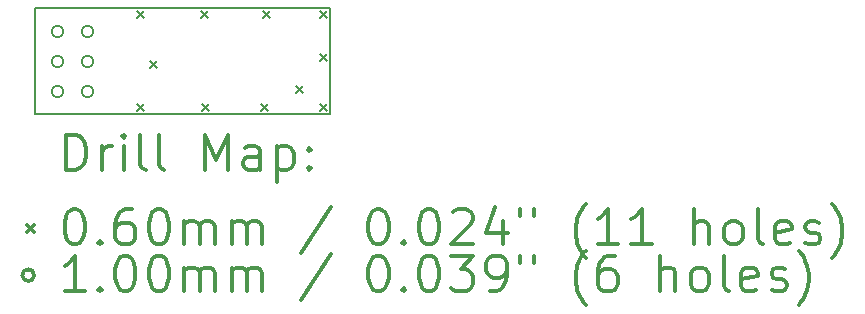
<source format=gbr>
%FSLAX45Y45*%
G04 Gerber Fmt 4.5, Leading zero omitted, Abs format (unit mm)*
G04 Created by KiCad (PCBNEW 4.0.7) date 11/12/18 12:54:29*
%MOMM*%
%LPD*%
G01*
G04 APERTURE LIST*
%ADD10C,0.127000*%
%ADD11C,0.150000*%
%ADD12C,0.200000*%
%ADD13C,0.300000*%
G04 APERTURE END LIST*
D10*
D11*
X12200000Y-8200000D02*
X12200000Y-7300000D01*
X14700000Y-8200000D02*
X12200000Y-8200000D01*
X14700000Y-7300000D02*
X14700000Y-8200000D01*
X12200000Y-7300000D02*
X14700000Y-7300000D01*
D12*
X13060000Y-7325000D02*
X13120000Y-7385000D01*
X13120000Y-7325000D02*
X13060000Y-7385000D01*
X13065000Y-8115000D02*
X13125000Y-8175000D01*
X13125000Y-8115000D02*
X13065000Y-8175000D01*
X13170000Y-7750000D02*
X13230000Y-7810000D01*
X13230000Y-7750000D02*
X13170000Y-7810000D01*
X13605000Y-7325000D02*
X13665000Y-7385000D01*
X13665000Y-7325000D02*
X13605000Y-7385000D01*
X13615000Y-8115000D02*
X13675000Y-8175000D01*
X13675000Y-8115000D02*
X13615000Y-8175000D01*
X14115000Y-8115000D02*
X14175000Y-8175000D01*
X14175000Y-8115000D02*
X14115000Y-8175000D01*
X14130000Y-7325000D02*
X14190000Y-7385000D01*
X14190000Y-7325000D02*
X14130000Y-7385000D01*
X14410000Y-7960000D02*
X14470000Y-8020000D01*
X14470000Y-7960000D02*
X14410000Y-8020000D01*
X14615000Y-7325000D02*
X14675000Y-7385000D01*
X14675000Y-7325000D02*
X14615000Y-7385000D01*
X14615000Y-7690000D02*
X14675000Y-7750000D01*
X14675000Y-7690000D02*
X14615000Y-7750000D01*
X14615000Y-8115000D02*
X14675000Y-8175000D01*
X14675000Y-8115000D02*
X14615000Y-8175000D01*
X12440000Y-7500000D02*
G75*
G03X12440000Y-7500000I-50000J0D01*
G01*
X12440000Y-7754000D02*
G75*
G03X12440000Y-7754000I-50000J0D01*
G01*
X12440000Y-8008000D02*
G75*
G03X12440000Y-8008000I-50000J0D01*
G01*
X12694000Y-7500000D02*
G75*
G03X12694000Y-7500000I-50000J0D01*
G01*
X12694000Y-7754000D02*
G75*
G03X12694000Y-7754000I-50000J0D01*
G01*
X12694000Y-8008000D02*
G75*
G03X12694000Y-8008000I-50000J0D01*
G01*
D13*
X12463928Y-8673214D02*
X12463928Y-8373214D01*
X12535357Y-8373214D01*
X12578214Y-8387500D01*
X12606786Y-8416072D01*
X12621071Y-8444643D01*
X12635357Y-8501786D01*
X12635357Y-8544643D01*
X12621071Y-8601786D01*
X12606786Y-8630357D01*
X12578214Y-8658929D01*
X12535357Y-8673214D01*
X12463928Y-8673214D01*
X12763928Y-8673214D02*
X12763928Y-8473214D01*
X12763928Y-8530357D02*
X12778214Y-8501786D01*
X12792500Y-8487500D01*
X12821071Y-8473214D01*
X12849643Y-8473214D01*
X12949643Y-8673214D02*
X12949643Y-8473214D01*
X12949643Y-8373214D02*
X12935357Y-8387500D01*
X12949643Y-8401786D01*
X12963928Y-8387500D01*
X12949643Y-8373214D01*
X12949643Y-8401786D01*
X13135357Y-8673214D02*
X13106786Y-8658929D01*
X13092500Y-8630357D01*
X13092500Y-8373214D01*
X13292500Y-8673214D02*
X13263928Y-8658929D01*
X13249643Y-8630357D01*
X13249643Y-8373214D01*
X13635357Y-8673214D02*
X13635357Y-8373214D01*
X13735357Y-8587500D01*
X13835357Y-8373214D01*
X13835357Y-8673214D01*
X14106786Y-8673214D02*
X14106786Y-8516072D01*
X14092500Y-8487500D01*
X14063928Y-8473214D01*
X14006786Y-8473214D01*
X13978214Y-8487500D01*
X14106786Y-8658929D02*
X14078214Y-8673214D01*
X14006786Y-8673214D01*
X13978214Y-8658929D01*
X13963928Y-8630357D01*
X13963928Y-8601786D01*
X13978214Y-8573214D01*
X14006786Y-8558929D01*
X14078214Y-8558929D01*
X14106786Y-8544643D01*
X14249643Y-8473214D02*
X14249643Y-8773214D01*
X14249643Y-8487500D02*
X14278214Y-8473214D01*
X14335357Y-8473214D01*
X14363928Y-8487500D01*
X14378214Y-8501786D01*
X14392500Y-8530357D01*
X14392500Y-8616072D01*
X14378214Y-8644643D01*
X14363928Y-8658929D01*
X14335357Y-8673214D01*
X14278214Y-8673214D01*
X14249643Y-8658929D01*
X14521071Y-8644643D02*
X14535357Y-8658929D01*
X14521071Y-8673214D01*
X14506786Y-8658929D01*
X14521071Y-8644643D01*
X14521071Y-8673214D01*
X14521071Y-8487500D02*
X14535357Y-8501786D01*
X14521071Y-8516072D01*
X14506786Y-8501786D01*
X14521071Y-8487500D01*
X14521071Y-8516072D01*
X12132500Y-9137500D02*
X12192500Y-9197500D01*
X12192500Y-9137500D02*
X12132500Y-9197500D01*
X12521071Y-9003214D02*
X12549643Y-9003214D01*
X12578214Y-9017500D01*
X12592500Y-9031786D01*
X12606786Y-9060357D01*
X12621071Y-9117500D01*
X12621071Y-9188929D01*
X12606786Y-9246072D01*
X12592500Y-9274643D01*
X12578214Y-9288929D01*
X12549643Y-9303214D01*
X12521071Y-9303214D01*
X12492500Y-9288929D01*
X12478214Y-9274643D01*
X12463928Y-9246072D01*
X12449643Y-9188929D01*
X12449643Y-9117500D01*
X12463928Y-9060357D01*
X12478214Y-9031786D01*
X12492500Y-9017500D01*
X12521071Y-9003214D01*
X12749643Y-9274643D02*
X12763928Y-9288929D01*
X12749643Y-9303214D01*
X12735357Y-9288929D01*
X12749643Y-9274643D01*
X12749643Y-9303214D01*
X13021071Y-9003214D02*
X12963928Y-9003214D01*
X12935357Y-9017500D01*
X12921071Y-9031786D01*
X12892500Y-9074643D01*
X12878214Y-9131786D01*
X12878214Y-9246072D01*
X12892500Y-9274643D01*
X12906786Y-9288929D01*
X12935357Y-9303214D01*
X12992500Y-9303214D01*
X13021071Y-9288929D01*
X13035357Y-9274643D01*
X13049643Y-9246072D01*
X13049643Y-9174643D01*
X13035357Y-9146072D01*
X13021071Y-9131786D01*
X12992500Y-9117500D01*
X12935357Y-9117500D01*
X12906786Y-9131786D01*
X12892500Y-9146072D01*
X12878214Y-9174643D01*
X13235357Y-9003214D02*
X13263928Y-9003214D01*
X13292500Y-9017500D01*
X13306786Y-9031786D01*
X13321071Y-9060357D01*
X13335357Y-9117500D01*
X13335357Y-9188929D01*
X13321071Y-9246072D01*
X13306786Y-9274643D01*
X13292500Y-9288929D01*
X13263928Y-9303214D01*
X13235357Y-9303214D01*
X13206786Y-9288929D01*
X13192500Y-9274643D01*
X13178214Y-9246072D01*
X13163928Y-9188929D01*
X13163928Y-9117500D01*
X13178214Y-9060357D01*
X13192500Y-9031786D01*
X13206786Y-9017500D01*
X13235357Y-9003214D01*
X13463928Y-9303214D02*
X13463928Y-9103214D01*
X13463928Y-9131786D02*
X13478214Y-9117500D01*
X13506786Y-9103214D01*
X13549643Y-9103214D01*
X13578214Y-9117500D01*
X13592500Y-9146072D01*
X13592500Y-9303214D01*
X13592500Y-9146072D02*
X13606786Y-9117500D01*
X13635357Y-9103214D01*
X13678214Y-9103214D01*
X13706786Y-9117500D01*
X13721071Y-9146072D01*
X13721071Y-9303214D01*
X13863928Y-9303214D02*
X13863928Y-9103214D01*
X13863928Y-9131786D02*
X13878214Y-9117500D01*
X13906786Y-9103214D01*
X13949643Y-9103214D01*
X13978214Y-9117500D01*
X13992500Y-9146072D01*
X13992500Y-9303214D01*
X13992500Y-9146072D02*
X14006786Y-9117500D01*
X14035357Y-9103214D01*
X14078214Y-9103214D01*
X14106786Y-9117500D01*
X14121071Y-9146072D01*
X14121071Y-9303214D01*
X14706786Y-8988929D02*
X14449643Y-9374643D01*
X15092500Y-9003214D02*
X15121071Y-9003214D01*
X15149643Y-9017500D01*
X15163928Y-9031786D01*
X15178214Y-9060357D01*
X15192500Y-9117500D01*
X15192500Y-9188929D01*
X15178214Y-9246072D01*
X15163928Y-9274643D01*
X15149643Y-9288929D01*
X15121071Y-9303214D01*
X15092500Y-9303214D01*
X15063928Y-9288929D01*
X15049643Y-9274643D01*
X15035357Y-9246072D01*
X15021071Y-9188929D01*
X15021071Y-9117500D01*
X15035357Y-9060357D01*
X15049643Y-9031786D01*
X15063928Y-9017500D01*
X15092500Y-9003214D01*
X15321071Y-9274643D02*
X15335357Y-9288929D01*
X15321071Y-9303214D01*
X15306786Y-9288929D01*
X15321071Y-9274643D01*
X15321071Y-9303214D01*
X15521071Y-9003214D02*
X15549643Y-9003214D01*
X15578214Y-9017500D01*
X15592500Y-9031786D01*
X15606785Y-9060357D01*
X15621071Y-9117500D01*
X15621071Y-9188929D01*
X15606785Y-9246072D01*
X15592500Y-9274643D01*
X15578214Y-9288929D01*
X15549643Y-9303214D01*
X15521071Y-9303214D01*
X15492500Y-9288929D01*
X15478214Y-9274643D01*
X15463928Y-9246072D01*
X15449643Y-9188929D01*
X15449643Y-9117500D01*
X15463928Y-9060357D01*
X15478214Y-9031786D01*
X15492500Y-9017500D01*
X15521071Y-9003214D01*
X15735357Y-9031786D02*
X15749643Y-9017500D01*
X15778214Y-9003214D01*
X15849643Y-9003214D01*
X15878214Y-9017500D01*
X15892500Y-9031786D01*
X15906785Y-9060357D01*
X15906785Y-9088929D01*
X15892500Y-9131786D01*
X15721071Y-9303214D01*
X15906785Y-9303214D01*
X16163928Y-9103214D02*
X16163928Y-9303214D01*
X16092500Y-8988929D02*
X16021071Y-9203214D01*
X16206785Y-9203214D01*
X16306786Y-9003214D02*
X16306786Y-9060357D01*
X16421071Y-9003214D02*
X16421071Y-9060357D01*
X16863928Y-9417500D02*
X16849643Y-9403214D01*
X16821071Y-9360357D01*
X16806786Y-9331786D01*
X16792500Y-9288929D01*
X16778214Y-9217500D01*
X16778214Y-9160357D01*
X16792500Y-9088929D01*
X16806786Y-9046072D01*
X16821071Y-9017500D01*
X16849643Y-8974643D01*
X16863928Y-8960357D01*
X17135357Y-9303214D02*
X16963928Y-9303214D01*
X17049643Y-9303214D02*
X17049643Y-9003214D01*
X17021071Y-9046072D01*
X16992500Y-9074643D01*
X16963928Y-9088929D01*
X17421071Y-9303214D02*
X17249643Y-9303214D01*
X17335357Y-9303214D02*
X17335357Y-9003214D01*
X17306786Y-9046072D01*
X17278214Y-9074643D01*
X17249643Y-9088929D01*
X17778214Y-9303214D02*
X17778214Y-9003214D01*
X17906786Y-9303214D02*
X17906786Y-9146072D01*
X17892500Y-9117500D01*
X17863928Y-9103214D01*
X17821071Y-9103214D01*
X17792500Y-9117500D01*
X17778214Y-9131786D01*
X18092500Y-9303214D02*
X18063928Y-9288929D01*
X18049643Y-9274643D01*
X18035357Y-9246072D01*
X18035357Y-9160357D01*
X18049643Y-9131786D01*
X18063928Y-9117500D01*
X18092500Y-9103214D01*
X18135357Y-9103214D01*
X18163928Y-9117500D01*
X18178214Y-9131786D01*
X18192500Y-9160357D01*
X18192500Y-9246072D01*
X18178214Y-9274643D01*
X18163928Y-9288929D01*
X18135357Y-9303214D01*
X18092500Y-9303214D01*
X18363928Y-9303214D02*
X18335357Y-9288929D01*
X18321071Y-9260357D01*
X18321071Y-9003214D01*
X18592500Y-9288929D02*
X18563929Y-9303214D01*
X18506786Y-9303214D01*
X18478214Y-9288929D01*
X18463929Y-9260357D01*
X18463929Y-9146072D01*
X18478214Y-9117500D01*
X18506786Y-9103214D01*
X18563929Y-9103214D01*
X18592500Y-9117500D01*
X18606786Y-9146072D01*
X18606786Y-9174643D01*
X18463929Y-9203214D01*
X18721071Y-9288929D02*
X18749643Y-9303214D01*
X18806786Y-9303214D01*
X18835357Y-9288929D01*
X18849643Y-9260357D01*
X18849643Y-9246072D01*
X18835357Y-9217500D01*
X18806786Y-9203214D01*
X18763929Y-9203214D01*
X18735357Y-9188929D01*
X18721071Y-9160357D01*
X18721071Y-9146072D01*
X18735357Y-9117500D01*
X18763929Y-9103214D01*
X18806786Y-9103214D01*
X18835357Y-9117500D01*
X18949643Y-9417500D02*
X18963929Y-9403214D01*
X18992500Y-9360357D01*
X19006786Y-9331786D01*
X19021071Y-9288929D01*
X19035357Y-9217500D01*
X19035357Y-9160357D01*
X19021071Y-9088929D01*
X19006786Y-9046072D01*
X18992500Y-9017500D01*
X18963929Y-8974643D01*
X18949643Y-8960357D01*
X12192500Y-9563500D02*
G75*
G03X12192500Y-9563500I-50000J0D01*
G01*
X12621071Y-9699214D02*
X12449643Y-9699214D01*
X12535357Y-9699214D02*
X12535357Y-9399214D01*
X12506786Y-9442072D01*
X12478214Y-9470643D01*
X12449643Y-9484929D01*
X12749643Y-9670643D02*
X12763928Y-9684929D01*
X12749643Y-9699214D01*
X12735357Y-9684929D01*
X12749643Y-9670643D01*
X12749643Y-9699214D01*
X12949643Y-9399214D02*
X12978214Y-9399214D01*
X13006786Y-9413500D01*
X13021071Y-9427786D01*
X13035357Y-9456357D01*
X13049643Y-9513500D01*
X13049643Y-9584929D01*
X13035357Y-9642072D01*
X13021071Y-9670643D01*
X13006786Y-9684929D01*
X12978214Y-9699214D01*
X12949643Y-9699214D01*
X12921071Y-9684929D01*
X12906786Y-9670643D01*
X12892500Y-9642072D01*
X12878214Y-9584929D01*
X12878214Y-9513500D01*
X12892500Y-9456357D01*
X12906786Y-9427786D01*
X12921071Y-9413500D01*
X12949643Y-9399214D01*
X13235357Y-9399214D02*
X13263928Y-9399214D01*
X13292500Y-9413500D01*
X13306786Y-9427786D01*
X13321071Y-9456357D01*
X13335357Y-9513500D01*
X13335357Y-9584929D01*
X13321071Y-9642072D01*
X13306786Y-9670643D01*
X13292500Y-9684929D01*
X13263928Y-9699214D01*
X13235357Y-9699214D01*
X13206786Y-9684929D01*
X13192500Y-9670643D01*
X13178214Y-9642072D01*
X13163928Y-9584929D01*
X13163928Y-9513500D01*
X13178214Y-9456357D01*
X13192500Y-9427786D01*
X13206786Y-9413500D01*
X13235357Y-9399214D01*
X13463928Y-9699214D02*
X13463928Y-9499214D01*
X13463928Y-9527786D02*
X13478214Y-9513500D01*
X13506786Y-9499214D01*
X13549643Y-9499214D01*
X13578214Y-9513500D01*
X13592500Y-9542072D01*
X13592500Y-9699214D01*
X13592500Y-9542072D02*
X13606786Y-9513500D01*
X13635357Y-9499214D01*
X13678214Y-9499214D01*
X13706786Y-9513500D01*
X13721071Y-9542072D01*
X13721071Y-9699214D01*
X13863928Y-9699214D02*
X13863928Y-9499214D01*
X13863928Y-9527786D02*
X13878214Y-9513500D01*
X13906786Y-9499214D01*
X13949643Y-9499214D01*
X13978214Y-9513500D01*
X13992500Y-9542072D01*
X13992500Y-9699214D01*
X13992500Y-9542072D02*
X14006786Y-9513500D01*
X14035357Y-9499214D01*
X14078214Y-9499214D01*
X14106786Y-9513500D01*
X14121071Y-9542072D01*
X14121071Y-9699214D01*
X14706786Y-9384929D02*
X14449643Y-9770643D01*
X15092500Y-9399214D02*
X15121071Y-9399214D01*
X15149643Y-9413500D01*
X15163928Y-9427786D01*
X15178214Y-9456357D01*
X15192500Y-9513500D01*
X15192500Y-9584929D01*
X15178214Y-9642072D01*
X15163928Y-9670643D01*
X15149643Y-9684929D01*
X15121071Y-9699214D01*
X15092500Y-9699214D01*
X15063928Y-9684929D01*
X15049643Y-9670643D01*
X15035357Y-9642072D01*
X15021071Y-9584929D01*
X15021071Y-9513500D01*
X15035357Y-9456357D01*
X15049643Y-9427786D01*
X15063928Y-9413500D01*
X15092500Y-9399214D01*
X15321071Y-9670643D02*
X15335357Y-9684929D01*
X15321071Y-9699214D01*
X15306786Y-9684929D01*
X15321071Y-9670643D01*
X15321071Y-9699214D01*
X15521071Y-9399214D02*
X15549643Y-9399214D01*
X15578214Y-9413500D01*
X15592500Y-9427786D01*
X15606785Y-9456357D01*
X15621071Y-9513500D01*
X15621071Y-9584929D01*
X15606785Y-9642072D01*
X15592500Y-9670643D01*
X15578214Y-9684929D01*
X15549643Y-9699214D01*
X15521071Y-9699214D01*
X15492500Y-9684929D01*
X15478214Y-9670643D01*
X15463928Y-9642072D01*
X15449643Y-9584929D01*
X15449643Y-9513500D01*
X15463928Y-9456357D01*
X15478214Y-9427786D01*
X15492500Y-9413500D01*
X15521071Y-9399214D01*
X15721071Y-9399214D02*
X15906785Y-9399214D01*
X15806785Y-9513500D01*
X15849643Y-9513500D01*
X15878214Y-9527786D01*
X15892500Y-9542072D01*
X15906785Y-9570643D01*
X15906785Y-9642072D01*
X15892500Y-9670643D01*
X15878214Y-9684929D01*
X15849643Y-9699214D01*
X15763928Y-9699214D01*
X15735357Y-9684929D01*
X15721071Y-9670643D01*
X16049643Y-9699214D02*
X16106785Y-9699214D01*
X16135357Y-9684929D01*
X16149643Y-9670643D01*
X16178214Y-9627786D01*
X16192500Y-9570643D01*
X16192500Y-9456357D01*
X16178214Y-9427786D01*
X16163928Y-9413500D01*
X16135357Y-9399214D01*
X16078214Y-9399214D01*
X16049643Y-9413500D01*
X16035357Y-9427786D01*
X16021071Y-9456357D01*
X16021071Y-9527786D01*
X16035357Y-9556357D01*
X16049643Y-9570643D01*
X16078214Y-9584929D01*
X16135357Y-9584929D01*
X16163928Y-9570643D01*
X16178214Y-9556357D01*
X16192500Y-9527786D01*
X16306786Y-9399214D02*
X16306786Y-9456357D01*
X16421071Y-9399214D02*
X16421071Y-9456357D01*
X16863928Y-9813500D02*
X16849643Y-9799214D01*
X16821071Y-9756357D01*
X16806786Y-9727786D01*
X16792500Y-9684929D01*
X16778214Y-9613500D01*
X16778214Y-9556357D01*
X16792500Y-9484929D01*
X16806786Y-9442072D01*
X16821071Y-9413500D01*
X16849643Y-9370643D01*
X16863928Y-9356357D01*
X17106786Y-9399214D02*
X17049643Y-9399214D01*
X17021071Y-9413500D01*
X17006786Y-9427786D01*
X16978214Y-9470643D01*
X16963928Y-9527786D01*
X16963928Y-9642072D01*
X16978214Y-9670643D01*
X16992500Y-9684929D01*
X17021071Y-9699214D01*
X17078214Y-9699214D01*
X17106786Y-9684929D01*
X17121071Y-9670643D01*
X17135357Y-9642072D01*
X17135357Y-9570643D01*
X17121071Y-9542072D01*
X17106786Y-9527786D01*
X17078214Y-9513500D01*
X17021071Y-9513500D01*
X16992500Y-9527786D01*
X16978214Y-9542072D01*
X16963928Y-9570643D01*
X17492500Y-9699214D02*
X17492500Y-9399214D01*
X17621071Y-9699214D02*
X17621071Y-9542072D01*
X17606786Y-9513500D01*
X17578214Y-9499214D01*
X17535357Y-9499214D01*
X17506786Y-9513500D01*
X17492500Y-9527786D01*
X17806786Y-9699214D02*
X17778214Y-9684929D01*
X17763928Y-9670643D01*
X17749643Y-9642072D01*
X17749643Y-9556357D01*
X17763928Y-9527786D01*
X17778214Y-9513500D01*
X17806786Y-9499214D01*
X17849643Y-9499214D01*
X17878214Y-9513500D01*
X17892500Y-9527786D01*
X17906786Y-9556357D01*
X17906786Y-9642072D01*
X17892500Y-9670643D01*
X17878214Y-9684929D01*
X17849643Y-9699214D01*
X17806786Y-9699214D01*
X18078214Y-9699214D02*
X18049643Y-9684929D01*
X18035357Y-9656357D01*
X18035357Y-9399214D01*
X18306786Y-9684929D02*
X18278214Y-9699214D01*
X18221071Y-9699214D01*
X18192500Y-9684929D01*
X18178214Y-9656357D01*
X18178214Y-9542072D01*
X18192500Y-9513500D01*
X18221071Y-9499214D01*
X18278214Y-9499214D01*
X18306786Y-9513500D01*
X18321071Y-9542072D01*
X18321071Y-9570643D01*
X18178214Y-9599214D01*
X18435357Y-9684929D02*
X18463929Y-9699214D01*
X18521071Y-9699214D01*
X18549643Y-9684929D01*
X18563929Y-9656357D01*
X18563929Y-9642072D01*
X18549643Y-9613500D01*
X18521071Y-9599214D01*
X18478214Y-9599214D01*
X18449643Y-9584929D01*
X18435357Y-9556357D01*
X18435357Y-9542072D01*
X18449643Y-9513500D01*
X18478214Y-9499214D01*
X18521071Y-9499214D01*
X18549643Y-9513500D01*
X18663928Y-9813500D02*
X18678214Y-9799214D01*
X18706786Y-9756357D01*
X18721071Y-9727786D01*
X18735357Y-9684929D01*
X18749643Y-9613500D01*
X18749643Y-9556357D01*
X18735357Y-9484929D01*
X18721071Y-9442072D01*
X18706786Y-9413500D01*
X18678214Y-9370643D01*
X18663928Y-9356357D01*
M02*

</source>
